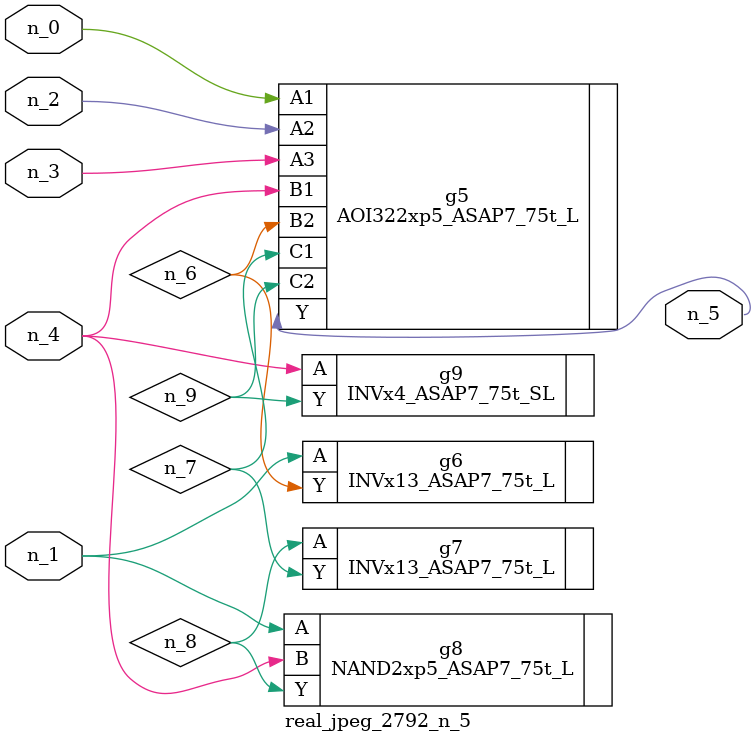
<source format=v>
module real_jpeg_2792_n_5 (n_4, n_0, n_1, n_2, n_3, n_5);

input n_4;
input n_0;
input n_1;
input n_2;
input n_3;

output n_5;

wire n_8;
wire n_6;
wire n_7;
wire n_9;

AOI322xp5_ASAP7_75t_L g5 ( 
.A1(n_0),
.A2(n_2),
.A3(n_3),
.B1(n_4),
.B2(n_6),
.C1(n_7),
.C2(n_9),
.Y(n_5)
);

INVx13_ASAP7_75t_L g6 ( 
.A(n_1),
.Y(n_6)
);

NAND2xp5_ASAP7_75t_L g8 ( 
.A(n_1),
.B(n_4),
.Y(n_8)
);

INVx4_ASAP7_75t_SL g9 ( 
.A(n_4),
.Y(n_9)
);

INVx13_ASAP7_75t_L g7 ( 
.A(n_8),
.Y(n_7)
);


endmodule
</source>
